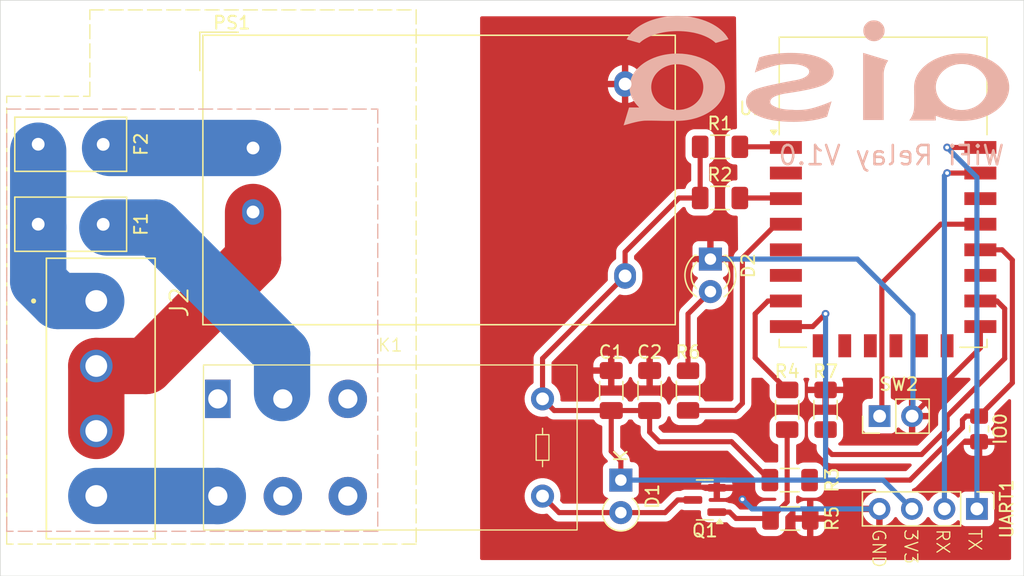
<source format=kicad_pcb>
(kicad_pcb (version 20240108) (generator "pcbnew") (generator_version "8.0")
  (layers (0 "F.Cu" signal) (31 "B.Cu" signal) (34 "B.Paste" user) (35 "F.Paste" user) (36 "B.SilkS" user "B.Silkscreen") (37 "F.SilkS" user "F.Silkscreen") (38 "B.Mask" user) (39 "F.Mask" user) (44 "Edge.Cuts" user))
  (net 0 "")
  (net 1 "+3V3")
  (net 2 "GND")
  (net 3 "Net-(D1-A)")
  (net 4 "Net-(D2-A)")
  (net 5 "VAC")
  (net 6 "Net-(F1-Pad2)")
  (net 7 "Net-(PS1-AC{slash}L)")
  (net 8 "Net-(U1-GPIO1{slash}TXD)")
  (net 9 "Net-(U1-GPIO3{slash}RXD)")
  (net 10 "NEUT")
  (net 11 "/LOAD")
  (net 12 "Net-(Q1-G)")
  (net 13 "Net-(U1-~{RST})")
  (net 14 "Net-(U1-EN)")
  (net 15 "Net-(U1-GPIO0)")
  (net 16 "/RELAY")
  (net 17 "Net-(U1-GPIO16)")
  (net 29 "Net-(U1-GPIO15)")
  (net 30 "Net-(U1-GPIO4)")
  (footprint "Resistor_SMD:R_1206_3216Metric_Pad1.30x1.75mm_HandSolder" (layer "F.Cu") (at 127.2 123 180)
    (property "Reference" "R3" (at -3.3 0 -90) (layer "F.SilkS"))
    (property "Value" "10k")
    (pad "1" smd roundrect (at -1.55 0 180) (size 1.3 1.75) (layers "F.Cu" "F.Paste" "F.Mask") (roundrect_rratio 0.192308) (net 15 "Net-(U1-GPIO0)"))
    (pad "2" smd roundrect (at 1.55 0 180) (size 1.3 1.75) (layers "F.Cu" "F.Paste" "F.Mask") (roundrect_rratio 0.192308) (net 1 "+3V3"))
  )
  (footprint "Fuse:Fuse_Littelfuse_395Series" (layer "F.Cu") (at 68.46 103)
    (property "Reference" "F1" (at 8.04 0 90) (layer "F.SilkS"))
    (property "Value" "15A")
    (pad "1" thru_hole circle (at 0 0) (size 2 2) (drill 1) (layers "*.Cu" "*.Mask") (net 5 "VAC"))
    (pad "2" thru_hole circle (at 5.08 0.01) (size 2 2) (drill 1) (layers "*.Cu" "*.Mask") (net 6 "Net-(F1-Pad2)"))
  )
  (footprint "Capacitor_SMD:C_1206_3216Metric_Pad1.33x1.80mm_HandSolder" (layer "F.Cu") (at 116.25 116 90)
    (property "Reference" "C2" (at 3 0 0) (layer "F.SilkS"))
    (property "Value" "100nF")
    (pad "1" smd roundrect (at -1.5625 0 90) (size 1.325 1.8) (layers "F.Cu" "F.Paste" "F.Mask") (roundrect_rratio 0.188679) (net 1 "+3V3"))
    (pad "2" smd roundrect (at 1.5625 0 90) (size 1.325 1.8) (layers "F.Cu" "F.Paste" "F.Mask") (roundrect_rratio 0.188679) (net 2 "GND"))
  )
  (footprint "Resistor_SMD:R_1206_3216Metric_Pad1.30x1.75mm_HandSolder" (layer "F.Cu") (at 121.75 96.95)
    (property "Reference" "R1" (at 0 -1.82 0) (layer "F.SilkS"))
    (property "Value" "10k")
    (pad "1" smd roundrect (at -1.55 0) (size 1.3 1.75) (layers "F.Cu" "F.Paste" "F.Mask") (roundrect_rratio 0.192308) (net 1 "+3V3"))
    (pad "2" smd roundrect (at 1.55 0) (size 1.3 1.75) (layers "F.Cu" "F.Paste" "F.Mask") (roundrect_rratio 0.192308) (net 13 "Net-(U1-~{RST})"))
  )
  (footprint "Resistor_SMD:R_1206_3216Metric_Pad1.30x1.75mm_HandSolder" (layer "F.Cu") (at 119.25 116 90)
    (property "Reference" "R6" (at 3 0 0) (layer "F.SilkS"))
    (property "Value" "82")
    (pad "1" smd roundrect (at -1.55 0 90) (size 1.3 1.75) (layers "F.Cu" "F.Paste" "F.Mask") (roundrect_rratio 0.192308) (net 17 "Net-(U1-GPIO16)"))
    (pad "2" smd roundrect (at 1.55 0 90) (size 1.3 1.75) (layers "F.Cu" "F.Paste" "F.Mask") (roundrect_rratio 0.192308) (net 4 "Net-(D2-A)"))
  )
  (footprint "libs:CUI_TBP01R2-508-04BE" (layer "F.Cu") (at 73 109 -90)
    (property "Reference" "J2" (at 0.105 -6.489 90) (layer "F.SilkS") (effects (font (size 1.4 1.4))))
    (property "Value" "Conn_01x04")
    (pad "1" thru_hole rect (at 0 0 270) (size 2.55 2.55) (drill 1.7) (layers "*.Cu" "*.Mask") (net 5 "VAC"))
    (pad "2" thru_hole circle (at 5.08 0 270) (size 2.55 2.55) (drill 1.7) (layers "*.Cu" "*.Mask") (net 10 "NEUT"))
    (pad "3" thru_hole circle (at 10.16 0 270) (size 2.55 2.55) (drill 1.7) (layers "*.Cu" "*.Mask") (net 10 "NEUT"))
    (pad "4" thru_hole circle (at 15.24 0 270) (size 2.55 2.55) (drill 1.7) (layers "*.Cu" "*.Mask") (net 11 "/LOAD"))
  )
  (footprint "Connector_PinHeader_2.54mm:PinHeader_1x04_P2.54mm_Vertical" (layer "F.Cu") (at 141.83 125.25 -90)
    (property "Reference" "UART1" (at 0 -2.33 90) (layer "F.SilkS"))
    (property "Value" "Serial")
    (fp_text user "GND" (at 1.5 8.25 -90) (layer "F.SilkS") (effects (font (thickness 0.1)) (justify left bottom)))
    (fp_text user "TX" (at 1.5 0.75 -90) (layer "F.SilkS") (effects (font (thickness 0.1)) (justify left bottom)))
    (fp_text user "RX" (at 1.5 3.25 -90) (layer "F.SilkS") (effects (font (thickness 0.1)) (justify left bottom)))
    (fp_text user "3V3" (at 1.5 5.75 -90) (layer "F.SilkS") (effects (font (thickness 0.1)) (justify left bottom)))
    (pad "1" thru_hole rect (at 0 0 270) (size 1.7 1.7) (drill 1) (layers "*.Cu" "*.Mask") (net 8 "Net-(U1-GPIO1{slash}TXD)"))
    (pad "2" thru_hole oval (at 0 2.54 270) (size 1.7 1.7) (drill 1) (layers "*.Cu" "*.Mask") (net 9 "Net-(U1-GPIO3{slash}RXD)"))
    (pad "3" thru_hole oval (at 0 5.08 270) (size 1.7 1.7) (drill 1) (layers "*.Cu" "*.Mask") (net 1 "+3V3"))
    (pad "4" thru_hole oval (at 0 7.62 270) (size 1.7 1.7) (drill 1) (layers "*.Cu" "*.Mask") (net 2 "GND"))
  )
  (footprint "Converter_ACDC:Converter_ACDC_Hi-Link_HLK-PMxx" (layer "F.Cu") (at 85.2525 97.0425)
    (property "Reference" "PS1" (at -1.66 -9.79 0) (layer "F.SilkS"))
    (property "Value" "HLK-PM03")
    (pad "1" thru_hole rect (at 0 0) (size 1.7 2) (drill 1) (layers "*.Cu" "*.Mask") (net 7 "Net-(PS1-AC{slash}L)"))
    (pad "2" thru_hole oval (at 0 5) (size 1.7 2) (drill 1) (layers "*.Cu" "*.Mask") (net 10 "NEUT"))
    (pad "3" thru_hole oval (at 29.08 -5) (size 1.7 2) (drill 1) (layers "*.Cu" "*.Mask") (net 2 "GND"))
    (pad "4" thru_hole oval (at 29.08 10) (size 1.7 2) (drill 1) (layers "*.Cu" "*.Mask") (net 1 "+3V3"))
  )
  (footprint "RF_Module:ESP-12E" (layer "F.Cu") (at 134.5 100.5)
    (property "Reference" "U1" (at -10.25 -6.55 0) (layer "F.SilkS"))
    (property "Value" "ESP-12E")
    (pad "1" smd rect (at -7.6 -3.5) (size 2.5 1) (layers "F.Cu" "F.Paste" "F.Mask") (net 13 "Net-(U1-~{RST})"))
    (pad "2" smd rect (at -7.6 -1.5) (size 2.5 1) (layers "F.Cu" "F.Paste" "F.Mask"))
    (pad "3" smd rect (at -7.6 0.5) (size 2.5 1) (layers "F.Cu" "F.Paste" "F.Mask") (net 14 "Net-(U1-EN)"))
    (pad "4" smd rect (at -7.6 2.5) (size 2.5 1) (layers "F.Cu" "F.Paste" "F.Mask") (net 17 "Net-(U1-GPIO16)"))
    (pad "5" smd rect (at -7.6 4.5) (size 2.5 1) (layers "F.Cu" "F.Paste" "F.Mask"))
    (pad "6" smd rect (at -7.6 6.5) (size 2.5 1) (layers "F.Cu" "F.Paste" "F.Mask"))
    (pad "7" smd rect (at -7.6 8.5) (size 2.5 1) (layers "F.Cu" "F.Paste" "F.Mask") (net 16 "/RELAY"))
    (pad "8" smd rect (at -7.6 10.5) (size 2.5 1) (layers "F.Cu" "F.Paste" "F.Mask") (net 1 "+3V3"))
    (pad "9" smd rect (at -5 12) (size 1 1.8) (layers "F.Cu" "F.Paste" "F.Mask"))
    (pad "10" smd rect (at -3 12) (size 1 1.8) (layers "F.Cu" "F.Paste" "F.Mask"))
    (pad "11" smd rect (at -1 12) (size 1 1.8) (layers "F.Cu" "F.Paste" "F.Mask"))
    (pad "12" smd rect (at 1 12) (size 1 1.8) (layers "F.Cu" "F.Paste" "F.Mask"))
    (pad "13" smd rect (at 3 12) (size 1 1.8) (layers "F.Cu" "F.Paste" "F.Mask"))
    (pad "14" smd rect (at 5 12) (size 1 1.8) (layers "F.Cu" "F.Paste" "F.Mask"))
    (pad "15" smd rect (at 7.6 10.5) (size 2.5 1) (layers "F.Cu" "F.Paste" "F.Mask") (net 2 "GND"))
    (pad "16" smd rect (at 7.6 8.5) (size 2.5 1) (layers "F.Cu" "F.Paste" "F.Mask") (net 29 "Net-(U1-GPIO15)"))
    (pad "17" smd rect (at 7.6 6.5) (size 2.5 1) (layers "F.Cu" "F.Paste" "F.Mask"))
    (pad "18" smd rect (at 7.6 4.5) (size 2.5 1) (layers "F.Cu" "F.Paste" "F.Mask") (net 15 "Net-(U1-GPIO0)"))
    (pad "19" smd rect (at 7.6 2.5) (size 2.5 1) (layers "F.Cu" "F.Paste" "F.Mask") (net 30 "Net-(U1-GPIO4)"))
    (pad "20" smd rect (at 7.6 0.5) (size 2.5 1) (layers "F.Cu" "F.Paste" "F.Mask"))
    (pad "21" smd rect (at 7.6 -1.5) (size 2.5 1) (layers "F.Cu" "F.Paste" "F.Mask") (net 9 "Net-(U1-GPIO3{slash}RXD)"))
    (pad "22" smd rect (at 7.6 -3.5) (size 2.5 1) (layers "F.Cu" "F.Paste" "F.Mask") (net 8 "Net-(U1-GPIO1{slash}TXD)"))
    (zone (net 0) (net_name "") (layers "*.Cu") (connect_pads (clearance 0)) (min_thickness 0.254)
      (keepout (tracks not_allowed) (vias not_allowed) (pads not_allowed) (copperpour not_allowed) (footprints not_allowed))
      (fill (thermal_gap 0.508) (thermal_bridge_width 0.508))
      (polygon (pts (xy 126.38 95.7) (xy 142.62 95.7) (xy 142.62 88.38) (xy 126.38 88.38)))
    )
  )
  (footprint "Fuse:Fuse_Littelfuse_395Series" (layer "F.Cu") (at 68.46 96.75)
    (property "Reference" "F2" (at 8.04 0 90) (layer "F.SilkS"))
    (property "Value" "1A")
    (pad "1" thru_hole circle (at 0 0) (size 2 2) (drill 1) (layers "*.Cu" "*.Mask") (net 5 "VAC"))
    (pad "2" thru_hole circle (at 5.08 0.01) (size 2 2) (drill 1) (layers "*.Cu" "*.Mask") (net 7 "Net-(PS1-AC{slash}L)"))
  )
  (footprint "Resistor_SMD:R_1206_3216Metric_Pad1.30x1.75mm_HandSolder" (layer "F.Cu") (at 130 117.5 90)
    (property "Reference" "R7" (at 3 0 360) (layer "F.SilkS"))
    (property "Value" "10k")
    (pad "1" smd roundrect (at -1.55 0 90) (size 1.3 1.75) (layers "F.Cu" "F.Paste" "F.Mask") (roundrect_rratio 0.192308) (net 29 "Net-(U1-GPIO15)"))
    (pad "2" smd roundrect (at 1.55 0 90) (size 1.3 1.75) (layers "F.Cu" "F.Paste" "F.Mask") (roundrect_rratio 0.192308) (net 2 "GND"))
  )
  (footprint "Package_TO_SOT_SMD:SOT-23" (layer "F.Cu") (at 120.5625 124.55 180)
    (property "Reference" "Q1" (at 0 -2.4 180) (layer "F.SilkS"))
    (property "Value" "IRLML0030")
    (pad "1" smd roundrect (at -0.9375 -0.95 180) (size 1.475 0.6) (layers "F.Cu" "F.Paste" "F.Mask") (net 12 "Net-(Q1-G)"))
    (pad "2" smd roundrect (at -0.9375 0.95 180) (size 1.475 0.6) (layers "F.Cu" "F.Paste" "F.Mask") (net 2 "GND"))
    (pad "3" smd roundrect (at 0.9375 0 180) (size 1.475 0.6) (layers "F.Cu" "F.Paste" "F.Mask") (net 3 "Net-(D1-A)"))
  )
  (footprint "relay:TRA2" (layer "F.Cu") (at 95.98 120.45)
    (property "Reference" "K1" (at 0 -8 0) (layer "F.SilkS") (effects (font (thickness 0.1))))
    (property "Value" "TRA2-L-3VDC-S-Z")
    (pad "4" thru_hole circle (at 11.9 -3.8) (size 1.8 1.8) (drill 1) (layers "*.Cu" "*.Mask") (net 1 "+3V3"))
    (pad "5" thru_hole circle (at 11.9 3.8) (size 1.8 1.8) (drill 1) (layers "*.Cu" "*.Mask") (net 3 "Net-(D1-A)"))
    (pad "18" thru_hole rect (at -13.48 -3.8) (size 2 3) (drill 1.5) (layers "*.Cu" "*.Mask") (net 11 "/LOAD"))
    (pad "18" thru_hole rect (at -13.48 3.8) (size 2 3) (drill 1.5) (layers "*.Cu" "*.Mask") (net 11 "/LOAD"))
    (pad "27" thru_hole circle (at -8.4 -3.8) (size 3 3) (drill 1.5) (layers "*.Cu" "*.Mask") (net 6 "Net-(F1-Pad2)"))
    (pad "27" thru_hole circle (at -8.4 3.8) (size 3 3) (drill 1.5) (layers "*.Cu" "*.Mask") (net 6 "Net-(F1-Pad2)"))
    (pad "36" thru_hole circle (at -3.32 -3.8) (size 3 3) (drill 1.5) (layers "*.Cu" "*.Mask"))
    (pad "36" thru_hole circle (at -3.32 3.8) (size 3 3) (drill 1.5) (layers "*.Cu" "*.Mask"))
  )
  (footprint "LED_THT:LED_D3.0mm" (layer "F.Cu") (at 121 105.725 -90)
    (property "Reference" "D2" (at 0.52 -2.96 90) (layer "F.SilkS"))
    (property "Value" "LED")
    (pad "1" thru_hole rect (at 0 0 270) (size 1.8 1.8) (drill 0.9) (layers "*.Cu" "*.Mask") (net 2 "GND"))
    (pad "2" thru_hole circle (at 2.54 0 270) (size 1.8 1.8) (drill 0.9) (layers "*.Cu" "*.Mask") (net 4 "Net-(D2-A)"))
  )
  (footprint "Resistor_SMD:R_0805_2012Metric_Pad1.20x1.40mm_HandSolder" (layer "F.Cu") (at 142 119 -90)
    (property "Reference" "IO0" (at 0 -1.65 90) (layer "F.SilkS"))
    (property "Value" "SW_Push")
    (pad "1" smd roundrect (at -1 0 270) (size 1.2 1.4) (layers "F.Cu" "F.Paste" "F.Mask") (roundrect_rratio 0.208333) (net 15 "Net-(U1-GPIO0)"))
    (pad "2" smd roundrect (at 1 0 270) (size 1.2 1.4) (layers "F.Cu" "F.Paste" "F.Mask") (roundrect_rratio 0.208333) (net 2 "GND"))
  )
  (footprint "Resistor_SMD:R_1206_3216Metric_Pad1.30x1.75mm_HandSolder" (layer "F.Cu") (at 127.25 126)
    (property "Reference" "R5" (at 3.25 0 90) (layer "F.SilkS"))
    (property "Value" "10k")
    (pad "1" smd roundrect (at -1.55 0) (size 1.3 1.75) (layers "F.Cu" "F.Paste" "F.Mask") (roundrect_rratio 0.192308) (net 12 "Net-(Q1-G)"))
    (pad "2" smd roundrect (at 1.55 0) (size 1.3 1.75) (layers "F.Cu" "F.Paste" "F.Mask") (roundrect_rratio 0.192308) (net 2 "GND"))
  )
  (footprint "Capacitor_SMD:C_1206_3216Metric_Pad1.33x1.80mm_HandSolder" (layer "F.Cu") (at 113.25 116 90)
    (property "Reference" "C1" (at 3 0 0) (layer "F.SilkS"))
    (property "Value" "10uF")
    (pad "1" smd roundrect (at -1.5625 0 90) (size 1.325 1.8) (layers "F.Cu" "F.Paste" "F.Mask") (roundrect_rratio 0.188679) (net 1 "+3V3"))
    (pad "2" smd roundrect (at 1.5625 0 90) (size 1.325 1.8) (layers "F.Cu" "F.Paste" "F.Mask") (roundrect_rratio 0.188679) (net 2 "GND"))
  )
  (footprint "Resistor_SMD:R_1206_3216Metric_Pad1.30x1.75mm_HandSolder" (layer "F.Cu") (at 127 117.5 90)
    (property "Reference" "R4" (at 3 0 0) (layer "F.SilkS"))
    (property "Value" "470")
    (pad "1" smd roundrect (at -1.55 0 90) (size 1.3 1.75) (layers "F.Cu" "F.Paste" "F.Mask") (roundrect_rratio 0.192308) (net 12 "Net-(Q1-G)"))
    (pad "2" smd roundrect (at 1.55 0 90) (size 1.3 1.75) (layers "F.Cu" "F.Paste" "F.Mask") (roundrect_rratio 0.192308) (net 16 "/RELAY"))
  )
  (footprint "Connector_PinHeader_2.54mm:PinHeader_1x02_P2.54mm_Vertical" (layer "F.Cu") (at 134.225 118 90)
    (property "Reference" "SW2" (at 2.5 1.5 360) (layer "F.SilkS"))
    (property "Value" "SW_Push")
    (pad "1" thru_hole rect (at 0 0 90) (size 1.7 1.7) (drill 1) (layers "*.Cu" "*.Mask") (net 30 "Net-(U1-GPIO4)"))
    (pad "2" thru_hole oval (at 0 2.54 90) (size 1.7 1.7) (drill 1) (layers "*.Cu" "*.Mask") (net 2 "GND"))
  )
  (footprint "Diode_THT:D_A-405_P2.54mm_Vertical_KathodeUp" (layer "F.Cu") (at 114 123 -90)
    (property "Reference" "D1" (at 1.27 -2.47 90) (layer "F.SilkS"))
    (property "Value" "1N4007")
    (fp_text user "K" (at -1.9 0 90) (layer "F.SilkS"))
    (pad "1" thru_hole rect (at 0 0 270) (size 1.8 1.8) (drill 0.9) (layers "*.Cu" "*.Mask") (net 1 "+3V3"))
    (pad "2" thru_hole oval (at 2.54 0 270) (size 1.8 1.8) (drill 0.9) (layers "*.Cu" "*.Mask") (net 3 "Net-(D1-A)"))
  )
  (footprint "Resistor_SMD:R_1206_3216Metric_Pad1.30x1.75mm_HandSolder" (layer "F.Cu") (at 121.75 100.95)
    (property "Reference" "R2" (at 0 -1.82 0) (layer "F.SilkS"))
    (property "Value" "10k")
    (pad "1" smd roundrect (at -1.55 0) (size 1.3 1.75) (layers "F.Cu" "F.Paste" "F.Mask") (roundrect_rratio 0.192308) (net 1 "+3V3"))
    (pad "2" smd roundrect (at 1.55 0) (size 1.3 1.75) (layers "F.Cu" "F.Paste" "F.Mask") (roundrect_rratio 0.192308) (net 14 "Net-(U1-EN)"))
  )
  (gr_poly (pts (xy 118.25356 86.719067) (xy 118.08211 86.725956) (xy 117.912519 86.737167) (xy 117.74493 86.752613) (xy 117.579489 86.772208) (xy 117.41634 86.795867) (xy 117.255627 86.823502) (xy 117.097494 86.855028) (xy 116.942086 86.890359) (xy 116.789547 86.929409) (xy 116.640021 86.972091) (xy 116.493654 87.018321) (xy 116.350589 87.068011) (xy 116.210971 87.121076) (xy 116.074945 87.17743) (xy 115.942653 87.236986) (xy 115.814242 87.299659) (xy 115.689855 87.365362) (xy 115.569637 87.43401) (xy 115.453733 87.505517) (xy 115.342285 87.579795) (xy 115.23544 87.65676) (xy 115.133341 87.736326) (xy 115.036133 87.818406) (xy 114.94396 87.902914) (xy 114.856967 87.989764) (xy 114.775297 88.078871) (xy 114.699096 88.170147) (xy 114.628508 88.263508) (xy 114.563676 88.358867) (xy 114.504747 88.456138) (xy 114.451863 88.555234) (xy 115.443335 88.835277) (xy 115.461431 88.835277) (xy 115.573868 88.735301) (xy 115.698589 88.639393) (xy 115.835053 88.54788) (xy 115.98272 88.461089) (xy 116.141047 88.379348) (xy 116.309493 88.302984) (xy 116.487518 88.232324) (xy 116.67458 88.167695) (xy 116.870139 88.109424) (xy 117.073652 88.057839) (xy 117.28458 88.013267) (xy 117.50238 87.976035) (xy 117.726512 87.94647) (xy 117.956435 87.924899) (xy 118.191606 87.91165) (xy 118.431486 87.90705) (xy 118.671452 87.911426) (xy 118.906838 87.924158) (xy 119.137084 87.944988) (xy 119.361632 87.973658) (xy 119.57992 88.009911) (xy 119.79139 88.053487) (xy 119.995483 88.104129) (xy 120.191638 88.161578) (xy 120.379295 88.225577) (xy 120.557896 88.295868) (xy 120.726881 88.372191) (xy 120.885689 88.45429) (xy 121.033762 88.541907) (xy 121.17054 88.634782) (xy 121.295463 88.732658) (xy 121.407971 88.835277) (xy 122.417461 88.537137) (xy 122.303197 88.344278) (xy 122.165991 88.158644) (xy 122.006911 87.980947) (xy 121.827023 87.811897) (xy 121.627393 87.652206) (xy 121.40909 87.502585) (xy 121.173179 87.363743) (xy 120.920726 87.236393) (xy 120.652799 87.121244) (xy 120.370465 87.019009) (xy 120.074789 86.930398) (xy 119.766839 86.856122) (xy 119.447681 86.796891) (xy 119.118383 86.753418) (xy 118.780009 86.726411) (xy 118.433629 86.716584) (xy 118.426723 86.716584)) (stroke (width -0.000001)) (fill solid) (layer "B.SilkS"))
  (gr_poly (pts (xy 133.738379 87.06773) (xy 133.693669 87.070222) (xy 133.650226 87.074408) (xy 133.608048 87.080314) (xy 133.567131 87.087968) (xy 133.527475 87.097394) (xy 133.489076 87.108621) (xy 133.451934 87.121674) (xy 133.416046 87.13658) (xy 133.381409 87.153365) (xy 133.348022 87.172057) (xy 133.315882 87.19268) (xy 133.284989 87.215263) (xy 133.255338 87.239831) (xy 133.226929 87.266411) (xy 133.199759 87.29503) (xy 133.167988 87.325074) (xy 133.138632 87.355913) (xy 133.11164 87.387552) (xy 133.086962 87.419995) (xy 133.064547 87.453244) (xy 133.044346 87.487302) (xy 133.026307 87.522175) (xy 133.010381 87.557864) (xy 132.996518 87.594374) (xy 132.984666 87.631707) (xy 132.974775 87.669868) (xy 132.966796 87.70886) (xy 132.960678 87.748686) (xy 132.95637 87.78935) (xy 132.953822 87.830855) (xy 132.952984 87.873205) (xy 132.953822 87.915554) (xy 132.95637 87.957059) (xy 132.960678 87.997723) (xy 132.966796 88.037549) (xy 132.974775 88.076541) (xy 132.984666 88.114702) (xy 132.996518 88.152036) (xy 133.010381 88.188546) (xy 133.026307 88.224235) (xy 133.044346 88.259107) (xy 133.064547 88.293166) (xy 133.086962 88.326415) (xy 133.11164 88.358858) (xy 133.138632 88.390497) (xy 133.167988 88.421337) (xy 133.199759 88.45138) (xy 133.230111 88.482818) (xy 133.261277 88.511866) (xy 133.29326 88.538573) (xy 133.326063 88.562989) (xy 133.359687 88.585166) (xy 133.394134 88.605151) (xy 133.429407 88.622996) (xy 133.465507 88.638751) (xy 133.502437 88.652464) (xy 133.540199 88.664188) (xy 133.578795 88.67397) (xy 133.618227 88.681862) (xy 133.658497 88.687913) (xy 133.699607 88.692173) (xy 133.74156 88.694693) (xy 133.784357 88.695522) (xy 133.827167 88.694693) (xy 133.869129 88.692173) (xy 133.910246 88.687913) (xy 133.950521 88.681862) (xy 133.989956 88.67397) (xy 134.028553 88.664188) (xy 134.066316 88.652464) (xy 134.103246 88.638751) (xy 134.139346 88.622996) (xy 134.17462 88.605151) (xy 134.209069 88.585166) (xy 134.242695 88.562989) (xy 134.275503 88.538573) (xy 134.307493 88.511866) (xy 134.338669 88.482818) (xy 134.369033 88.45138) (xy 134.400804 88.421337) (xy 134.430161 88.390497) (xy 134.457153 88.358858) (xy 134.481831 88.326415) (xy 134.504246 88.293166) (xy 134.524448 88.259107) (xy 134.542486 88.224235) (xy 134.558412 88.188546) (xy 134.572276 88.152036) (xy 134.584128 88.114702) (xy 134.594018 88.076541) (xy 134.601998 88.037549) (xy 134.608116 87.997723) (xy 134.612424 87.957059) (xy 134.614972 87.915554) (xy 134.61581 87.873205) (xy 134.614972 87.834013) (xy 134.612424 87.795203) (xy 134.608116 87.756779) (xy 134.601998 87.718748) (xy 134.594018 87.681114) (xy 134.584128 87.643884) (xy 134.572276 87.607064) (xy 134.558412 87.570658) (xy 134.542486 87.534673) (xy 134.524448 87.499114) (xy 134.504246 87.463987) (xy 134.481831 87.429298) (xy 134.457153 87.395052) (xy 134.430161 87.361255) (xy 134.400804 87.327912) (xy 134.369033 87.29503) (xy 134.338669 87.266411) (xy 134.307493 87.239831) (xy 134.275503 87.215263) (xy 134.242695 87.19268) (xy 134.209069 87.172057) (xy 134.17462 87.153365) (xy 134.139346 87.13658) (xy 134.103246 87.121674) (xy 134.066316 87.108621) (xy 134.028553 87.097394) (xy 133.989956 87.087968) (xy 133.950521 87.080314) (xy 133.910246 87.074408) (xy 133.869129 87.070222) (xy 133.827167 87.06773) (xy 133.784357 87.066905)) (stroke (width -0.000001)) (fill solid) (layer "B.SilkS"))
  (gr_poly (pts (xy 132.934568 94.855855) (xy 134.545246 94.855855) (xy 134.545246 91.214431) (xy 134.549467 91.157702) (xy 134.555226 91.102334) (xy 134.562414 91.048353) (xy 134.570921 90.995785) (xy 134.580637 90.944655) (xy 134.591452 90.894987) (xy 134.603257 90.846808) (xy 134.615943 90.800142) (xy 134.629398 90.755015) (xy 134.643515 90.711452) (xy 134.658183 90.669478) (xy 134.673293 90.629119) (xy 134.688734 90.5904) (xy 134.704398 90.553345) (xy 134.735954 90.484332) (xy 134.767082 90.422283) (xy 134.796907 90.367399) (xy 134.82455 90.319882) (xy 134.849134 90.279935) (xy 134.885617 90.223558) (xy 134.895761 90.207532) (xy 134.899337 90.199884) (xy 132.934568 89.605691)) (stroke (width -0.000001)) (fill solid) (layer "B.SilkS"))
  (gr_poly (pts (xy 140.461939 89.645353) (xy 140.272957 89.655618) (xy 140.086638 89.672519) (xy 139.90322 89.695884) (xy 139.722943 89.725546) (xy 139.546047 89.761332) (xy 139.372771 89.803075) (xy 139.203355 89.850603) (xy 139.038038 89.903747) (xy 138.877061 89.962336) (xy 138.720662 90.026201) (xy 138.569082 90.095172) (xy 138.422561 90.169079) (xy 138.281337 90.247752) (xy 138.14565 90.331021) (xy 138.015741 90.418715) (xy 137.891848 90.510666) (xy 137.774211 90.606702) (xy 137.663071 90.706655) (xy 137.558666 90.810354) (xy 137.461237 90.917628) (xy 137.371022 91.028309) (xy 137.288262 91.142226) (xy 137.213196 91.25921) (xy 137.146064 91.379089) (xy 137.087105 91.501695) (xy 137.036559 91.626857) (xy 136.994666 91.754406) (xy 136.961666 91.884171) (xy 136.937798 92.015983) (xy 136.923301 92.149671) (xy 136.918415 92.285065) (xy 136.918717 92.285359) (xy 136.925497 92.994693) (xy 136.926345 93.521135) (xy 136.923908 93.728173) (xy 136.918717 93.859992) (xy 136.91611 93.916677) (xy 136.911756 93.971918) (xy 136.905772 94.025703) (xy 136.898275 94.078017) (xy 136.889381 94.128848) (xy 136.879206 94.178183) (xy 136.867866 94.226009) (xy 136.855479 94.272311) (xy 136.842161 94.317077) (xy 136.828027 94.360294) (xy 136.813195 94.401949) (xy 136.79778 94.442028) (xy 136.7819 94.480518) (xy 136.765671 94.517406) (xy 136.73263 94.586322) (xy 136.699589 94.648672) (xy 136.66748 94.704349) (xy 136.637233 94.753247) (xy 136.609781 94.795262) (xy 136.566985 94.858217) (xy 136.553504 94.878945) (xy 136.546543 94.892367) (xy 138.616214 94.892367) (xy 138.616214 94.524194) (xy 138.846346 94.612166) (xy 139.084241 94.691081) (xy 139.205982 94.726885) (xy 139.329523 94.760116) (xy 139.454817 94.79067) (xy 139.581818 94.818445) (xy 139.710479 94.843339) (xy 139.840752 94.865247) (xy 139.972592 94.884067) (xy 140.105951 94.899697) (xy 140.240782 94.912032) (xy 140.377039 94.920971) (xy 140.514675 94.926409) (xy 140.653643 94.928245) (xy 140.653643 94.926181) (xy 140.844217 94.922967) (xy 141.032296 94.913044) (xy 141.217646 94.896573) (xy 141.400035 94.873715) (xy 141.57923 94.84463) (xy 141.754997 94.80948) (xy 141.927104 94.768425) (xy 142.095316 94.721626) (xy 142.259402 94.669243) (xy 142.419128 94.611437) (xy 142.57426 94.54837) (xy 142.724566 94.480201) (xy 142.869813 94.407091) (xy 143.009767 94.329202) (xy 143.144195 94.246693) (xy 143.272865 94.159726) (xy 143.395542 94.068462) (xy 143.511994 93.97306) (xy 143.621988 93.873683) (xy 143.725291 93.77049) (xy 143.821669 93.663642) (xy 143.91089 93.5533) (xy 143.99272 93.439625) (xy 144.066926 93.322778) (xy 144.133275 93.202918) (xy 144.191534 93.080208) (xy 144.241469 92.954807) (xy 144.282848 92.826877) (xy 144.315438 92.696578) (xy 144.339005 92.56407) (xy 144.353316 92.429516) (xy 144.358138 92.293074) (xy 144.357499 92.274977) (xy 142.682635 92.274977) (xy 142.679972 92.367619) (xy 142.672072 92.459025) (xy 142.659065 92.549082) (xy 142.641084 92.63768) (xy 142.618262 92.724706) (xy 142.590728 92.810048) (xy 142.558616 92.893595) (xy 142.522057 92.975235) (xy 142.481184 93.054856) (xy 142.436127 93.132346) (xy 142.387018 93.207594) (xy 142.33399 93.280487) (xy 142.277175 93.350914) (xy 142.216703 93.418764) (xy 142.152708 93.483924) (xy 142.08532 93.546283) (xy 142.014672 93.605728) (xy 141.940896 93.662148) (xy 141.864122 93.715432) (xy 141.784484 93.765466) (xy 141.702112 93.812141) (xy 141.617139 93.855343) (xy 141.529697 93.894962) (xy 141.439917 93.930884) (xy 141.347932 93.963) (xy 141.253872 93.991195) (xy 141.15787 94.01536) (xy 141.060058 94.035382) (xy 140.960567 94.051149) (xy 140.85953 94.06255) (xy 140.757077 94.069472) (xy 140.653342 94.071804) (xy 140.647127 94.071804) (xy 140.541642 94.06946) (xy 140.437663 94.062506) (xy 140.335312 94.051058) (xy 140.234708 94.035231) (xy 140.135973 94.015141) (xy 140.039228 93.990904) (xy 139.944593 93.962636) (xy 139.852189 93.930454) (xy 139.762138 93.894472) (xy 139.674559 93.854806) (xy 139.589574 93.811573) (xy 139.507304 93.764888) (xy 139.427869 93.714868) (xy 139.35139 93.661627) (xy 139.277988 93.605283) (xy 139.207784 93.54595) (xy 139.140899 93.483745) (xy 139.077453 93.418783) (xy 139.017568 93.351181) (xy 138.961364 93.281054) (xy 138.908961 93.208518) (xy 138.860482 93.133689) (xy 138.816046 93.056683) (xy 138.775775 92.977615) (xy 138.739789 92.896602) (xy 138.708209 92.81376) (xy 138.681156 92.729203) (xy 138.658751 92.643049) (xy 138.641114 92.555413) (xy 138.628367 92.466411) (xy 138.62063 92.376158) (xy 138.618024 92.284772) (xy 138.620636 92.193328) (xy 138.62839 92.102911) (xy 138.641165 92.013644) (xy 138.65884 91.92565) (xy 138.681292 91.839052) (xy 138.708401 91.753973) (xy 138.740045 91.670537) (xy 138.776102 91.588865) (xy 138.816451 91.509082) (xy 138.860969 91.431309) (xy 138.909537 91.355671) (xy 138.962032 91.28229) (xy 139.018333 91.21129) (xy 139.078317 91.142792) (xy 139.141865 91.076921) (xy 139.208853 91.013799) (xy 139.279161 90.95355) (xy 139.352667 90.896296) (xy 139.429249 90.842161) (xy 139.508786 90.791267) (xy 139.591157 90.743737) (xy 139.67624 90.699695) (xy 139.763913 90.659264) (xy 139.854055 90.622566) (xy 139.946544 90.589725) (xy 140.041259 90.560864) (xy 140.138078 90.536105) (xy 140.23688 90.515572) (xy 140.337543 90.499387) (xy 140.439946 90.487675) (xy 140.543967 90.480557) (xy 140.649484 90.478157) (xy 140.653342 90.478157) (xy 140.756891 90.480489) (xy 140.859182 90.487412) (xy 140.960079 90.498812) (xy 141.059452 90.514579) (xy 141.157165 90.534601) (xy 141.253088 90.558765) (xy 141.347086 90.586961) (xy 141.439027 90.619076) (xy 141.528777 90.654998) (xy 141.616204 90.694616) (xy 141.701174 90.737818) (xy 141.783556 90.784493) (xy 141.863215 90.834527) (xy 141.940019 90.88781) (xy 142.013834 90.94423) (xy 142.084529 91.003675) (xy 142.151969 91.066033) (xy 142.216021 91.131193) (xy 142.276554 91.199042) (xy 142.333434 91.269469) (xy 142.386527 91.342363) (xy 142.435701 91.41761) (xy 142.480823 91.4951) (xy 142.52176 91.574721) (xy 142.558379 91.65636) (xy 142.590547 91.739907) (xy 142.618131 91.825249) (xy 142.640998 91.912275) (xy 142.659015 92.000872) (xy 142.672048 92.090929) (xy 142.679966 92.182335) (xy 142.682635 92.274977) (xy 144.357499 92.274977) (xy 144.353316 92.156587) (xy 144.339005 92.021898) (xy 144.315438 91.889173) (xy 144.282848 91.75858) (xy 144.241468 91.630283) (xy 144.191532 91.50445) (xy 144.133272 91.381246) (xy 144.066921 91.260837) (xy 143.992713 91.143391) (xy 143.910881 91.029072) (xy 143.821657 90.918048) (xy 143.725275 90.810485) (xy 143.511969 90.606404) (xy 143.272827 90.41816) (xy 143.009713 90.247082) (xy 142.724492 90.0945) (xy 142.41903 89.961744) (xy 142.095189 89.850144) (xy 141.754835 89.761029) (xy 141.399833 89.69573) (xy 141.032047 89.655575) (xy 140.653342 89.641894)) (stroke (width -0.000001)) (fill solid) (layer "B.SilkS"))
  (gr_poly (pts (xy 127.02657 89.611006) (xy 126.774891 89.620638) (xy 126.531101 89.636423) (xy 126.294145 89.658142) (xy 126.062967 89.685576) (xy 125.836512 89.718506) (xy 125.613724 89.756713) (xy 125.393546 89.799977) (xy 125.244205 89.839368) (xy 125.093687 89.88037) (xy 125.019536 89.902015) (xy 124.94695 89.924709) (xy 124.876547 89.948669) (xy 124.808949 89.97411) (xy 124.473193 91.146479) (xy 124.627347 91.076796) (xy 124.816763 91.000676) (xy 125.030222 90.921608) (xy 125.256506 90.843082) (xy 125.484397 90.768588) (xy 125.702678 90.701617) (xy 125.90013 90.645659) (xy 126.065535 90.604205) (xy 126.199991 90.573754) (xy 126.337628 90.548107) (xy 126.478204 90.527036) (xy 126.621478 90.510311) (xy 126.767207 90.497702) (xy 126.91515 90.488979) (xy 127.065065 90.483914) (xy 127.21671 90.482277) (xy 127.301797 90.482893) (xy 127.384814 90.484758) (xy 127.465731 90.487899) (xy 127.544521 90.49234) (xy 127.621152 90.498107) (xy 127.695597 90.505227) (xy 127.767826 90.513723) (xy 127.83781 90.523623) (xy 127.90552 90.534952) (xy 127.970926 90.547735) (xy 128.033999 90.561998) (xy 128.094711 90.577766) (xy 128.153031 90.595066) (xy 128.208932 90.613923) (xy 128.262383 90.634362) (xy 128.313355 90.65641) (xy 128.364592 90.676667) (xy 128.412134 90.697725) (xy 128.456034 90.719581) (xy 128.496347 90.742237) (xy 128.515175 90.753865) (xy 128.533126 90.765693) (xy 128.550208 90.77772) (xy 128.566426 90.789948) (xy 128.581787 90.802375) (xy 128.596299 90.815002) (xy 128.609967 90.827829) (xy 128.622799 90.840856) (xy 128.634801 90.854083) (xy 128.64598 90.867509) (xy 128.656343 90.881136) (xy 128.665897 90.894962) (xy 128.674647 90.908989) (xy 128.682602 90.923215) (xy 128.689766 90.937641) (xy 128.696149 90.952267) (xy 128.701755 90.967093) (xy 128.706592 90.982118) (xy 128.710666 90.997344) (xy 128.713985 91.012769) (xy 128.716554 91.028395) (xy 128.718381 91.04422) (xy 128.719472 91.060245) (xy 128.719835 91.07647) (xy 128.719522 91.091189) (xy 128.718587 91.105705) (xy 128.717039 91.120023) (xy 128.714883 91.13415) (xy 128.712127 91.148093) (xy 128.708778 91.161859) (xy 128.704843 91.175453) (xy 128.700328 91.188882) (xy 128.695242 91.202154) (xy 128.68959 91.215274) (xy 128.67662 91.241084) (xy 128.661475 91.266366) (xy 128.64421 91.291172) (xy 128.624882 91.315554) (xy 128.603547 91.339564) (xy 128.580262 91.363255) (xy 128.555082 91.386677) (xy 128.528064 91.409884) (xy 128.499265 91.432928) (xy 128.46874 91.455861) (xy 128.436545 91.478735) (xy 128.398637 91.501748) (xy 128.357747 91.524275) (xy 128.313827 91.546294) (xy 128.266828 91.567785) (xy 128.216702 91.588727) (xy 128.163402 91.609098) (xy 128.106878 91.628879) (xy 128.047082 91.648047) (xy 127.917484 91.684465) (xy 127.77422 91.718186) (xy 127.616905 91.749042) (xy 127.445153 91.776867) (xy 126.814475 91.897374) (xy 126.250425 92.01049) (xy 125.753205 92.117056) (xy 125.323022 92.217914) (xy 125.133133 92.266466) (xy 124.960079 92.313906) (xy 124.803887 92.360339) (xy 124.664581 92.405872) (xy 124.542188 92.450609) (xy 124.436733 92.494654) (xy 124.348242 92.538115) (xy 124.276739 92.581095) (xy 124.277057 92.581095) (xy 124.216173 92.624278) (xy 124.159386 92.66834) (xy 124.106676 92.713366) (xy 124.058024 92.759442) (xy 124.013409 92.806653) (xy 123.972811 92.855084) (xy 123.936211 92.904821) (xy 123.903589 92.955951) (xy 123.874924 93.008558) (xy 123.850198 93.062728) (xy 123.829389 93.118547) (xy 123.812479 93.1761) (xy 123.799447 93.235473) (xy 123.790274 93.296751) (xy 123.784939 93.360021) (xy 123.783423 93.425367) (xy 123.787151 93.506704) (xy 123.798353 93.586423) (xy 123.817059 93.664549) (xy 123.843298 93.741104) (xy 123.877101 93.816113) (xy 123.918495 93.889598) (xy 123.967511 93.961583) (xy 124.024178 94.032091) (xy 124.088526 94.101147) (xy 124.160584 94.168772) (xy 124.24038 94.234992) (xy 124.327946 94.299829) (xy 124.423309 94.363306) (xy 124.5265 94.425447) (xy 124.637548 94.486276) (xy 124.756482 94.545816) (xy 124.879302 94.599707) (xy 125.008727 94.650336) (xy 125.144732 94.697672) (xy 125.287291 94.741686) (xy 125.436378 94.782349) (xy 125.59197 94.819631) (xy 125.754039 94.853502) (xy 125.922561 94.883934) (xy 126.097511 94.910896) (xy 126.278863 94.934358) (xy 126.660671 94.970669) (xy 127.067785 94.992628) (xy 127.5 95) (xy 127.750233 94.996753) (xy 127.997035 94.987151) (xy 128.240189 94.971403) (xy 128.479478 94.949716) (xy 128.714685 94.922299) (xy 128.945594 94.889361) (xy 129.171987 94.851109) (xy 129.393649 94.807753) (xy 129.486778 94.786696) (xy 129.579595 94.762882) (xy 129.67192 94.736947) (xy 129.763576 94.709528) (xy 130.119931 94.597735) (xy 130.474023 93.389172) (xy 130.319872 93.460229) (xy 130.130464 93.538681) (xy 129.917015 93.620685) (xy 129.69074 93.702401) (xy 129.462854 93.779987) (xy 129.244572 93.849602) (xy 129.047109 93.907404) (xy 128.88168 93.949551) (xy 128.748015 93.979999) (xy 128.61246 94.005644) (xy 128.474822 94.026713) (xy 128.334906 94.043438) (xy 128.19252 94.056047) (xy 128.04747 94.064769) (xy 127.899562 94.069834) (xy 127.748603 94.071471) (xy 127.668969 94.071188) (xy 127.6285 94.070517) (xy 127.587363 94.069209) (xy 127.54538 94.067053) (xy 127.502378 94.063836) (xy 127.458179 94.059347) (xy 127.412608 94.053374) (xy 127.317262 94.052554) (xy 127.224033 94.050115) (xy 127.132949 94.046082) (xy 127.044034 94.040484) (xy 126.957316 94.033347) (xy 126.872821 94.0247) (xy 126.790575 94.014569) (xy 126.710606 94.002981) (xy 126.632938 93.989965) (xy 126.557599 93.975548) (xy 126.484615 93.959756) (xy 126.414013 93.942618) (xy 126.345818 93.92416) (xy 126.280057 93.90441) (xy 126.216757 93.883395) (xy 126.155944 93.861143) (xy 126.098248 93.835463) (xy 126.044255 93.810778) (xy 125.993968 93.786857) (xy 125.947389 93.763471) (xy 125.904521 93.740391) (xy 125.865367 93.717388) (xy 125.847183 93.705843) (xy 125.829929 93.694232) (xy 125.813604 93.682524) (xy 125.79821 93.670693) (xy 125.783746 93.658708) (xy 125.770212 93.646542) (xy 125.75761 93.634166) (xy 125.745939 93.62155) (xy 125.7352 93.608667) (xy 125.725393 93.595487) (xy 125.716519 93.581983) (xy 125.708577 93.568125) (xy 125.701568 93.553884) (xy 125.695493 93.539232) (xy 125.690351 93.524141) (xy 125.686144 93.508581) (xy 125.68287 93.492524) (xy 125.680532 93.475941) (xy 125.679129 93.458804) (xy 125.678661 93.441083) (xy 125.679899 93.408716) (xy 125.683631 93.377529) (xy 125.686442 93.362353) (xy 125.689888 93.347444) (xy 125.693973 93.33279) (xy 125.698701 93.318382) (xy 125.704075 93.304211) (xy 125.710098 93.290267) (xy 125.716776 93.276539) (xy 125.724111 93.263018) (xy 125.740768 93.236559) (xy 125.7601 93.21081) (xy 125.782137 93.185694) (xy 125.806909 93.161133) (xy 125.834447 93.137048) (xy 125.864779 93.113361) (xy 125.897936 93.089994) (xy 125.933948 93.066869) (xy 125.972844 93.043907) (xy 126.014656 93.021031) (xy 126.107782 92.981461) (xy 126.214403 92.942438) (xy 126.334702 92.90434) (xy 126.46886 92.867546) (xy 126.617059 92.832435) (xy 126.779484 92.799385) (xy 126.956314 92.768777) (xy 127.147733 92.740987) (xy 127.662317 92.661381) (xy 128.130306 92.580102) (xy 128.551742 92.497177) (xy 128.745016 92.455104) (xy 128.926666 92.412628) (xy 129.096698 92.369753) (xy 129.255118 92.326481) (xy 129.40193 92.282815) (xy 129.537139 92.238758) (xy 129.660751 92.194315) (xy 129.772771 92.149486) (xy 129.873204 92.104276) (xy 129.962054 92.058688) (xy 130.042299 92.011905) (xy 130.117578 91.963855) (xy 130.187861 91.914488) (xy 130.25312 91.863754) (xy 130.313324 91.811604) (xy 130.368447 91.757988) (xy 130.418457 91.702854) (xy 130.463326 91.646154) (xy 130.503026 91.587838) (xy 130.537527 91.527855) (xy 130.552818 91.497223) (xy 130.566799 91.466156) (xy 130.579466 91.434647) (xy 130.590815 91.402691) (xy 130.600842 91.37028) (xy 130.609544 91.337409) (xy 130.616917 91.304072) (xy 130.622958 91.270261) (xy 130.627663 91.235972) (xy 130.631028 91.201197) (xy 130.633049 91.165931) (xy 130.633724 91.130167) (xy 130.632788 91.089249) (xy 130.629982 91.048657) (xy 130.625311 91.0084) (xy 130.618777 90.968487) (xy 130.610385 90.928926) (xy 130.600138 90.889728) (xy 130.574096 90.812455) (xy 130.54068 90.736742) (xy 130.499921 90.662661) (xy 130.451849 90.590286) (xy 130.396492 90.519691) (xy 130.333883 90.450949) (xy 130.26405 90.384133) (xy 130.187023 90.319317) (xy 130.102833 90.256575) (xy 130.011509 90.195979) (xy 129.913082 90.137604) (xy 129.807581 90.081522) (xy 129.695037 90.027807) (xy 129.573649 89.97694) (xy 129.448487 89.929355) (xy 129.31953 89.885051) (xy 129.186753 89.84403) (xy 129.050134 89.80629) (xy 128.90965 89.771832) (xy 128.765278 89.740655) (xy 128.616995 89.712761) (xy 128.464778 89.688148) (xy 128.308605 89.666817) (xy 128.148453 89.648768) (xy 127.984298 89.634) (xy 127.643889 89.61431) (xy 127.287196 89.607747)) (stroke (width -0.000001)) (fill solid) (layer "B.SilkS"))
  (gr_rect (start 66 94) (end 95 127) (stroke (width 0.1) (type dash)) (fill none) (layer "B.SilkS"))
  (gr_poly (pts (xy 118.21929 89.661153) (xy 118.030311 89.671266) (xy 117.843994 89.687922) (xy 117.660578 89.710958) (xy 117.480303 89.740209) (xy 117.303409 89.775513) (xy 117.130134 89.816707) (xy 116.960719 89.863626) (xy 116.795404 89.916108) (xy 116.634428 89.97399) (xy 116.47803 90.037107) (xy 116.326451 90.105297) (xy 116.179929 90.178397) (xy 116.038706 90.256242) (xy 115.903019 90.33867) (xy 115.77311 90.425518) (xy 115.649217 90.516621) (xy 115.53158 90.611817) (xy 115.42044 90.710942) (xy 115.316035 90.813833) (xy 115.218605 90.920327) (xy 115.12839 91.03026) (xy 115.045629 91.14347) (xy 114.970563 91.259791) (xy 114.90343 91.379062) (xy 114.844471 91.501119) (xy 114.793925 91.625799) (xy 114.752032 91.752938) (xy 114.719031 91.882372) (xy 114.695163 92.01394) (xy 114.680666 92.147477) (xy 114.67578 92.282819) (xy 114.679073 92.393632) (xy 114.688846 92.503191) (xy 114.704944 92.611411) (xy 114.727208 92.718206) (xy 114.755482 92.823491) (xy 114.789608 92.927179) (xy 114.829431 93.029186) (xy 114.874793 93.129425) (xy 114.925537 93.227811) (xy 114.981506 93.324259) (xy 115.042542 93.418683) (xy 115.10849 93.510997) (xy 115.179193 93.601116) (xy 115.254492 93.688954) (xy 115.334232 93.774425) (xy 115.418255 93.857444) (xy 115.418255 93.875541) (xy 114.639267 93.875541) (xy 114.639267 93.875248) (xy 114.21437 95.275748) (xy 114.838507 95.098345) (xy 115.090956 95.035084) (xy 115.354704 94.97772) (xy 115.486555 94.953353) (xy 115.616117 94.932985) (xy 115.741688 94.917455) (xy 115.861562 94.907607) (xy 116.101674 94.90328) (xy 116.341918 94.902934) (xy 116.81048 94.909988) (xy 117.242594 94.920377) (xy 117.613607 94.925705) (xy 118.429104 94.921815) (xy 118.620258 94.91677) (xy 118.808902 94.905132) (xy 118.994805 94.887062) (xy 119.177731 94.862719) (xy 119.357448 94.832262) (xy 119.533723 94.79585) (xy 119.706321 94.753643) (xy 119.875009 94.705799) (xy 120.039555 94.652478) (xy 120.199724 94.59384) (xy 120.355283 94.530043) (xy 120.505999 94.461247) (xy 120.651639 94.387611) (xy 120.791968 94.309294) (xy 120.926754 94.226456) (xy 121.055762 94.139255) (xy 121.178761 94.047852) (xy 121.295516 93.952405) (xy 121.405793 93.853073) (xy 121.50936 93.750016) (xy 121.605983 93.643394) (xy 121.695429 93.533364) (xy 121.777464 93.420088) (xy 121.851854 93.303723) (xy 121.918367 93.184429) (xy 121.976769 93.062365) (xy 122.026826 92.937691) (xy 122.068306 92.810566) (xy 122.100974 92.681149) (xy 122.124597 92.5496) (xy 122.138942 92.416077) (xy 122.143765 92.281041) (xy 120.444198 92.281041) (xy 120.441574 92.372427) (xy 120.433785 92.462677) (xy 120.420955 92.551676) (xy 120.403206 92.639306) (xy 120.380663 92.725453) (xy 120.353449 92.810002) (xy 120.321686 92.892835) (xy 120.2855 92.973838) (xy 120.245012 93.052894) (xy 120.200347 93.129889) (xy 120.151628 93.204705) (xy 120.098979 93.277228) (xy 120.042522 93.347342) (xy 119.982382 93.41493) (xy 119.918682 93.479878) (xy 119.851544 93.542069) (xy 119.781094 93.601388) (xy 119.707454 93.657718) (xy 119.630747 93.710945) (xy 119.551097 93.760952) (xy 119.468628 93.807624) (xy 119.383463 93.850844) (xy 119.295726 93.890498) (xy 119.205539 93.926469) (xy 119.113026 93.958642) (xy 119.018312 93.9869) (xy 118.921518 94.011129) (xy 118.822769 94.031212) (xy 118.722189 94.047034) (xy 118.6199 94.058478) (xy 118.516026 94.06543) (xy 118.41069 94.067772) (xy 118.306781 94.065486) (xy 118.204141 94.058697) (xy 118.102905 94.04751) (xy 118.003204 94.032031) (xy 117.905172 94.012365) (xy 117.808942 93.988617) (xy 117.714647 93.960892) (xy 117.62242 93.929296) (xy 117.532395 93.893934) (xy 117.444703 93.854911) (xy 117.359479 93.812331) (xy 117.276855 93.766302) (xy 117.196965 93.716927) (xy 117.119941 93.664311) (xy 117.045916 93.608561) (xy 116.975024 93.549781) (xy 116.907398 93.488077) (xy 116.84317 93.423553) (xy 116.782474 93.356315) (xy 116.725443 93.286468) (xy 116.67221 93.214118) (xy 116.622907 93.139369) (xy 116.577669 93.062327) (xy 116.536627 92.983097) (xy 116.499916 92.901784) (xy 116.467668 92.818493) (xy 116.440016 92.73333) (xy 116.417093 92.6464) (xy 116.399033 92.557808) (xy 116.385968 92.46766) (xy 116.378031 92.376059) (xy 116.375356 92.283113) (xy 116.378031 92.19016) (xy 116.385968 92.098543) (xy 116.399033 92.008366) (xy 116.417093 91.919736) (xy 116.440016 91.832759) (xy 116.467668 91.747541) (xy 116.499916 91.664188) (xy 116.536627 91.582805) (xy 116.577669 91.503499) (xy 116.622907 91.426376) (xy 116.67221 91.351542) (xy 116.725443 91.279102) (xy 116.782474 91.209163) (xy 116.84317 91.14183) (xy 116.907398 91.07721) (xy 116.975024 91.015409) (xy 117.045916 90.956532) (xy 117.119941 90.900685) (xy 117.196965 90.847975) (xy 117.276855 90.798508) (xy 117.359479 90.752389) (xy 117.444703 90.709724) (xy 117.532395 90.670619) (xy 117.62242 90.635181) (xy 117.714647 90.603516) (xy 117.808942 90.575728) (xy 117.905172 90.551925) (xy 118.003204 90.532212) (xy 118.102905 90.516695) (xy 118.204141 90.50548) (xy 118.306781 90.498674) (xy 118.41069 90.496382) (xy 118.516054 90.498719) (xy 118.619952 90.505653) (xy 118.722262 90.517069) (xy 118.822861 90.532853) (xy 118.921624 90.552889) (xy 119.01843 90.577062) (xy 119.113154 90.605257) (xy 119.205673 90.63736) (xy 119.295864 90.673255) (xy 119.383604 90.712828) (xy 119.46877 90.755962) (xy 119.551237 90.802545) (xy 119.630884 90.852459) (xy 119.707586 90.905591) (xy 119.78122 90.961825) (xy 119.851664 91.021046) (xy 119.918793 91.08314) (xy 119.982485 91.147992) (xy 120.042616 91.215485) (xy 120.099063 91.285506) (xy 120.151702 91.35794) (xy 120.200411 91.432671) (xy 120.245066 91.509584) (xy 120.285544 91.588565) (xy 120.321722 91.669498) (xy 120.353476 91.752269) (xy 120.380683 91.836762) (xy 120.403219 91.922863) (xy 120.420962 92.010456) (xy 120.433789 92.099427) (xy 120.441575 92.18966) (xy 120.444198 92.281041) (xy 122.143765 92.281041) (xy 122.143776 92.28074) (xy 122.138942 92.145403) (xy 122.124592 92.011884) (xy 122.100958 91.880344) (xy 122.06827 91.750947) (xy 122.026756 91.623856) (xy 121.976647 91.499232) (xy 121.918174 91.377238) (xy 121.851566 91.258037) (xy 121.777054 91.141791) (xy 121.694867 91.028663) (xy 121.605235 90.918816) (xy 121.508389 90.812412) (xy 121.293974 90.610583) (xy 121.053461 90.424478) (xy 120.788691 90.255396) (xy 120.501504 90.104639) (xy 120.19374 89.973507) (xy 119.867241 89.863301) (xy 119.523846 89.775321) (xy 119.165396 89.710868) (xy 118.79373 89.671243) (xy 118.41069 89.657745)) (stroke (width -0.000001)) (fill solid) (layer "B.SilkS"))
  (gr_poly (pts (xy 66 93) (xy 72.5 93) (xy 72.5 86.25) (xy 98 86.25) (xy 98 128) (xy 66 128)) (stroke (width 0.1) (type dash)) (fill none) (layer "F.SilkS"))
  (gr_rect (start 65.5 85.5) (end 145.5 130.5) (stroke (width 0.05)) (fill none) (layer "Edge.Cuts"))
  (gr_text "WiFi Relay V1.0" (at 144.101674 98.5 0) (layer "B.SilkS") (effects (font (size 1.5 1.5) (thickness 0.2)) (justify left bottom mirror)))
  (segment (start 120.2 100.95) (end 120.2 96.95) (width 0.4) (layer "F.Cu") (net 1))
  (segment (start 114.3325 107.0425) (end 114.3325 105.1675) (width 0.4) (layer "F.Cu") (net 1))
  (segment (start 118.55 100.95) (end 120.2 100.95) (width 0.4) (layer "F.Cu") (net 1))
  (segment (start 107.88 116.65) (end 107.88 113.495) (width 0.4) (layer "F.Cu") (net 1))
  (segment (start 107.88 113.495) (end 114.3325 107.0425) (width 0.4) (layer "F.Cu") (net 1))
  (segment (start 116.25 119.25) (end 116.25 117.5625) (width 0.4) (layer "F.Cu") (net 1))
  (segment (start 113.25 117.5625) (end 108.7925 117.5625) (width 0.4) (layer "F.Cu") (net 1))
  (segment (start 116.25 117.5625) (end 113.25 117.5625) (width 0.4) (layer "F.Cu") (net 1))
  (segment (start 126.9 111) (end 129 111) (width 0.4) (layer "F.Cu") (net 1))
  (segment (start 114 121.5) (end 114 123) (width 0.4) (layer "F.Cu") (net 1))
  (segment (start 125.65 123) (end 122.65 120) (width 0.4) (layer "F.Cu") (net 1))
  (segment (start 108.7925 117.5625) (end 107.88 116.65) (width 0.4) (layer "F.Cu") (net 1))
  (segment (start 122.65 120) (end 117 120) (width 0.4) (layer "F.Cu") (net 1))
  (segment (start 117 120) (end 116.25 119.25) (width 0.4) (layer "F.Cu") (net 1))
  (segment (start 113.25 120.75) (end 114 121.5) (width 0.4) (layer "F.Cu") (net 1))
  (segment (start 114.3325 105.1675) (end 118.55 100.95) (width 0.4) (layer "F.Cu") (net 1))
  (segment (start 113.25 117.5625) (end 113.25 120.75) (width 0.4) (layer "F.Cu") (net 1))
  (segment (start 129 111) (end 130 110) (width 0.4) (layer "F.Cu") (net 1))
  (via (at 130 110) (size 0.6) (drill 0.3) (layers "F.Cu" "B.Cu") (net 1))
  (segment (start 134.5 123) (end 130 123) (width 0.4) (layer "B.Cu") (net 1))
  (segment (start 130 123) (end 114 123) (width 0.4) (layer "B.Cu") (net 1))
  (segment (start 136.75 125.25) (end 134.5 123) (width 0.4) (layer "B.Cu") (net 1))
  (segment (start 130 110) (end 130 123) (width 0.4) (layer "B.Cu") (net 1))
  (segment (start 142.1 111) (end 142.1 112.665) (width 0.4) (layer "F.Cu") (net 2))
  (segment (start 142.1 112.665) (end 136.765 118) (width 0.4) (layer "F.Cu") (net 2))
  (via (at 123.5 124.5) (size 0.6) (drill 0.3) (layers "F.Cu" "B.Cu") (net 2))
  (segment (start 136.833818 110.074885) (end 132.483933 105.725) (width 0.4) (layer "B.Cu") (net 2))
  (segment (start 136.83 115.84005) (end 136.833818 115.836232) (width 0.4) (layer "B.Cu") (net 2))
  (segment (start 132.483933 105.725) (end 121 105.725) (width 0.4) (layer "B.Cu") (net 2))
  (segment (start 136.833818 115.836232) (end 136.833818 110.074885) (width 0.4) (layer "B.Cu") (net 2))
  (segment (start 123.5 124.5) (end 124.25 125.25) (width 0.4) (layer "B.Cu") (net 2))
  (segment (start 136.83 118) (end 136.83 115.84005) (width 0.4) (layer "B.Cu") (net 2))
  (segment (start 124.25 125.25) (end 134.21 125.25) (width 0.4) (layer "B.Cu") (net 2))
  (segment (start 118.45 124.55) (end 117.46 125.54) (width 0.4) (layer "F.Cu") (net 3))
  (segment (start 119.625 124.55) (end 118.45 124.55) (width 0.4) (layer "F.Cu") (net 3))
  (segment (start 117.46 125.54) (end 114 125.54) (width 0.4) (layer "F.Cu") (net 3))
  (segment (start 107.88 124.25) (end 109.17 125.54) (width 0.4) (layer "F.Cu") (net 3))
  (segment (start 109.17 125.54) (end 114 125.54) (width 0.4) (layer "F.Cu") (net 3))
  (segment (start 119.25 110.015) (end 121 108.265) (width 0.4) (layer "F.Cu") (net 4))
  (segment (start 119.25 114.45) (end 119.25 110.015) (width 0.4) (layer "F.Cu") (net 4))
  (segment (start 70 109) (end 68.46 107.46) (width 4.4) (layer "B.Cu") (net 5))
  (segment (start 68.46 107.46) (end 68.46 103.25) (width 4.4) (layer "B.Cu") (net 5))
  (segment (start 73 109) (end 70 109) (width 4.4) (layer "B.Cu") (net 5))
  (segment (start 68.46 97.25) (end 68.46 103.25) (width 4.4) (layer "B.Cu") (net 5))
  (segment (start 87.52 113.12) (end 77.66 103.26) (width 4.4) (layer "B.Cu") (net 6))
  (segment (start 77.66 103.26) (end 73.86 103.26) (width 4.4) (layer "B.Cu") (net 6))
  (segment (start 87.52 116.2) (end 87.52 113.12) (width 4.4) (layer "B.Cu") (net 6))
  (segment (start 85.2525 97.0425) (end 74.0775 97.0425) (width 4.4) (layer "B.Cu") (net 7))
  (segment (start 142.1 97) (end 139.5 97) (width 0.4) (layer "F.Cu") (net 8))
  (via (at 139.5 97) (size 0.6) (drill 0.3) (layers "F.Cu" "B.Cu") (net 8))
  (segment (start 139.5 97) (end 141.83 99.33) (width 0.4) (layer "B.Cu") (net 8))
  (segment (start 141.83 99.33) (end 141.83 125.25) (width 0.4) (layer "B.Cu") (net 8))
  (segment (start 142.1 99) (end 139.5 99) (width 0.4) (layer "F.Cu") (net 9))
  (via (at 139.5 99) (size 0.6) (drill 0.3) (layers "F.Cu" "B.Cu") (net 9))
  (segment (start 139.29 125.25) (end 139.29 99.21) (width 0.4) (layer "B.Cu") (net 9))
  (segment (start 139.29 99.21) (end 139.5 99) (width 0.4) (layer "B.Cu") (net 9))
  (segment (start 85.2525 105.6975) (end 85.2525 102.0425) (width 4.4) (layer "F.Cu") (net 10))
  (segment (start 73 114.08) (end 76.87 114.08) (width 4.4) (layer "F.Cu") (net 10))
  (segment (start 76.87 114.08) (end 85.2525 105.6975) (width 4.4) (layer "F.Cu") (net 10))
  (segment (start 73 119.16) (end 73 114.08) (width 4.4) (layer "F.Cu") (net 10))
  (segment (start 82.49 124.24) (end 82.5 124.25) (width 4.4) (layer "B.Cu") (net 11))
  (segment (start 73 124.24) (end 82.49 124.24) (width 4.4) (layer "B.Cu") (net 11))
  (segment (start 122.5 125.5) (end 123 126) (width 0.4) (layer "F.Cu") (net 12))
  (segment (start 127 124.7) (end 127 119.05) (width 0.4) (layer "F.Cu") (net 12))
  (segment (start 125.7 126) (end 127 124.7) (width 0.4) (layer "F.Cu") (net 12))
  (segment (start 121.5 125.5) (end 122.5 125.5) (width 0.4) (layer "F.Cu") (net 12))
  (segment (start 123 126) (end 125.7 126) (width 0.4) (layer "F.Cu") (net 12))
  (segment (start 123.3 96.95) (end 126.85 96.95) (width 0.4) (layer "F.Cu") (net 13))
  (segment (start 126.85 96.95) (end 126.9 97) (width 0.4) (layer "F.Cu") (net 13))
  (segment (start 123.3 100.95) (end 126.85 100.95) (width 0.4) (layer "F.Cu") (net 14))
  (segment (start 126.85 100.95) (end 126.9 101) (width 0.4) (layer "F.Cu") (net 14))
  (segment (start 144.6 105.8) (end 143.8 105) (width 0.4) (layer "F.Cu") (net 15))
  (segment (start 143.8 105) (end 142.1 105) (width 0.4) (layer "F.Cu") (net 15))
  (segment (start 136.6 123) (end 140.7 118.9) (width 0.4) (layer "F.Cu") (net 15))
  (segment (start 141 118) (end 142 118) (width 0.4) (layer "F.Cu") (net 15))
  (segment (start 128.75 123) (end 136.6 123) (width 0.4) (layer "F.Cu") (net 15))
  (segment (start 140.7 118.3) (end 141 118) (width 0.4) (layer "F.Cu") (net 15))
  (segment (start 142 118) (end 144.6 115.4) (width 0.4) (layer "F.Cu") (net 15))
  (segment (start 140.7 118.9) (end 140.7 118.3) (width 0.4) (layer "F.Cu") (net 15))
  (segment (start 144.6 115.4) (end 144.6 105.8) (width 0.4) (layer "F.Cu") (net 15))
  (segment (start 125.5 109) (end 126.9 109) (width 0.4) (layer "F.Cu") (net 16))
  (segment (start 124.5 113.45) (end 124.5 110) (width 0.4) (layer "F.Cu") (net 16))
  (segment (start 127 115.95) (end 124.5 113.45) (width 0.4) (layer "F.Cu") (net 16))
  (segment (start 124.5 110) (end 125.5 109) (width 0.4) (layer "F.Cu") (net 16))
  (segment (start 126.15 103) (end 123.5 105.65) (width 0.4) (layer "F.Cu") (net 17))
  (segment (start 126.9 103) (end 126.15 103) (width 0.4) (layer "F.Cu") (net 17))
  (segment (start 123.5 117) (end 122.95 117.55) (width 0.4) (layer "F.Cu") (net 17))
  (segment (start 123.5 105.65) (end 123.5 117) (width 0.4) (layer "F.Cu") (net 17))
  (segment (start 122.95 117.55) (end 119.25 117.55) (width 0.4) (layer "F.Cu") (net 17))
  (segment (start 139.5 119) (end 139.5 118) (width 0.4) (layer "F.Cu") (net 29))
  (segment (start 144 113.5) (end 144 109.6) (width 0.4) (layer "F.Cu") (net 29))
  (segment (start 130 120.5) (end 130.5 121) (width 0.4) (layer "F.Cu") (net 29))
  (segment (start 130 119.05) (end 130 120.5) (width 0.4) (layer "F.Cu") (net 29))
  (segment (start 130.5 121) (end 137.5 121) (width 0.4) (layer "F.Cu") (net 29))
  (segment (start 137.5 121) (end 139.5 119) (width 0.4) (layer "F.Cu") (net 29))
  (segment (start 144 109.6) (end 143.4 109) (width 0.4) (layer "F.Cu") (net 29))
  (segment (start 139.5 118) (end 144 113.5) (width 0.4) (layer "F.Cu") (net 29))
  (segment (start 143.4 109) (end 142.1 109) (width 0.4) (layer "F.Cu") (net 29))
  (segment (start 134.225 118) (end 134.4 117.825) (width 0.4) (layer "F.Cu") (net 30))
  (segment (start 134.4 117.825) (end 134.4 107.6) (width 0.4) (layer "F.Cu") (net 30))
  (segment (start 139 103) (end 142.1 103) (width 0.4) (layer "F.Cu") (net 30))
  (segment (start 134.4 107.6) (end 139 103) (width 0.4) (layer "F.Cu") (net 30))
  (zone (net 2) (net_name "GND") (layer "F.Cu") (connect_pads (clearance 0.5)) (min_thickness 0.25) (fill yes (thermal_gap 0.5) (thermal_bridge_width 0.5))
    (polygon (pts (xy 123 86.75) (xy 123.25 115) (xy 144.5 115) (xy 144.5 129.25) (xy 103 129.25) (xy 103 86.75)))
  )
)
</source>
